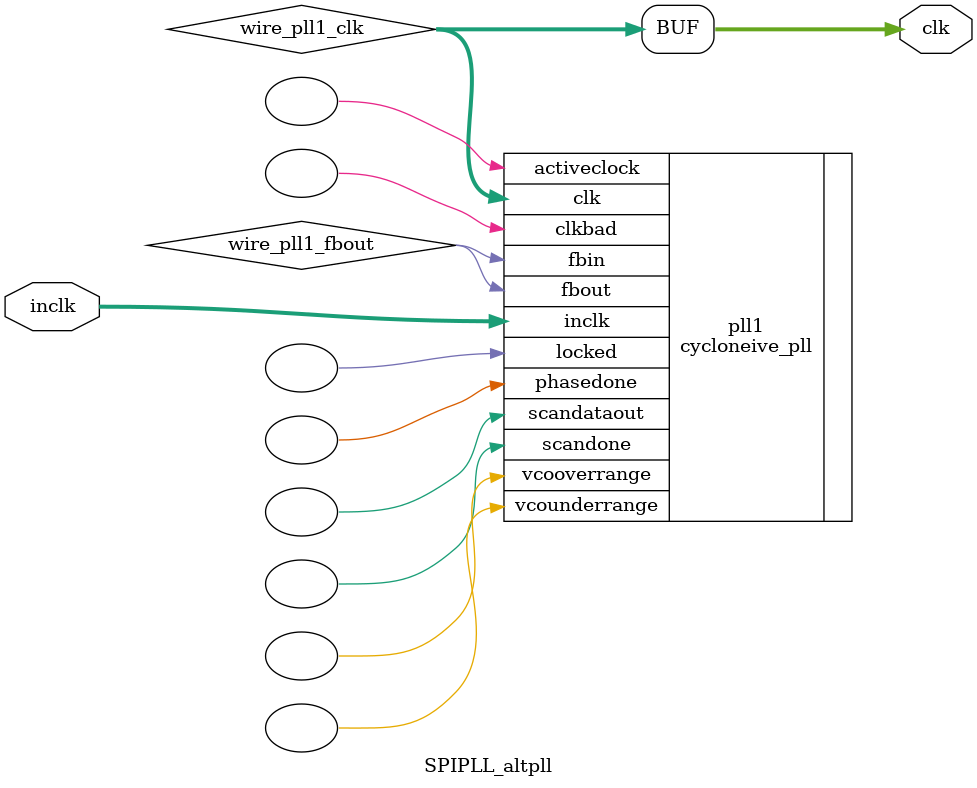
<source format=v>






//synthesis_resources = cycloneive_pll 1 
//synopsys translate_off
`timescale 1 ps / 1 ps
//synopsys translate_on
module  SPIPLL_altpll
	( 
	clk,
	inclk) /* synthesis synthesis_clearbox=1 */;
	output   [4:0]  clk;
	input   [1:0]  inclk;
`ifndef ALTERA_RESERVED_QIS
// synopsys translate_off
`endif
	tri0   [1:0]  inclk;
`ifndef ALTERA_RESERVED_QIS
// synopsys translate_on
`endif

	wire  [4:0]   wire_pll1_clk;
	wire  wire_pll1_fbout;

	cycloneive_pll   pll1
	( 
	.activeclock(),
	.clk(wire_pll1_clk),
	.clkbad(),
	.fbin(wire_pll1_fbout),
	.fbout(wire_pll1_fbout),
	.inclk(inclk),
	.locked(),
	.phasedone(),
	.scandataout(),
	.scandone(),
	.vcooverrange(),
	.vcounderrange()
	`ifndef FORMAL_VERIFICATION
	// synopsys translate_off
	`endif
	,
	.areset(1'b0),
	.clkswitch(1'b0),
	.configupdate(1'b0),
	.pfdena(1'b1),
	.phasecounterselect({3{1'b0}}),
	.phasestep(1'b0),
	.phaseupdown(1'b0),
	.scanclk(1'b0),
	.scanclkena(1'b1),
	.scandata(1'b0)
	`ifndef FORMAL_VERIFICATION
	// synopsys translate_on
	`endif
	);
	defparam
		pll1.bandwidth_type = "auto",
		pll1.clk0_divide_by = 25,
		pll1.clk0_duty_cycle = 50,
		pll1.clk0_multiply_by = 1,
		pll1.clk0_phase_shift = "0",
		pll1.clk1_divide_by = 25,
		pll1.clk1_duty_cycle = 50,
		pll1.clk1_multiply_by = 1,
		pll1.clk1_phase_shift = "250000",
		pll1.compensate_clock = "clk0",
		pll1.inclk0_input_frequency = 20000,
		pll1.operation_mode = "normal",
		pll1.pll_type = "auto",
		pll1.lpm_type = "cycloneive_pll";
	assign
		clk = {wire_pll1_clk[4:0]};
endmodule //SPIPLL_altpll
//VALID FILE

</source>
